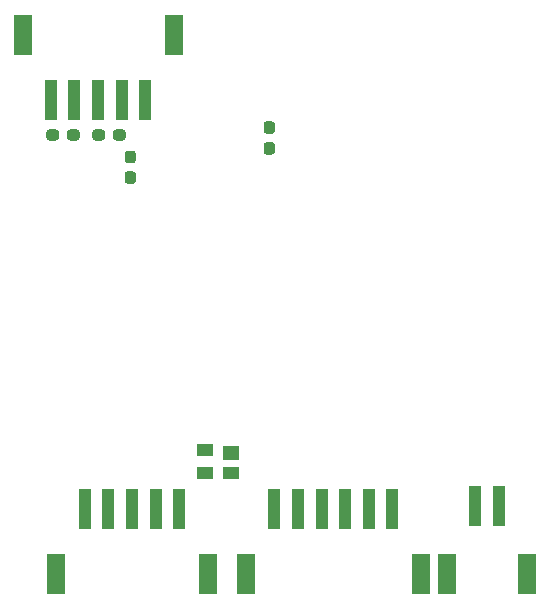
<source format=gbp>
%TF.GenerationSoftware,KiCad,Pcbnew,(5.1.8)-1*%
%TF.CreationDate,2021-02-13T13:26:23-08:00*%
%TF.ProjectId,20200103_8SBMS_A0,32303230-3031-4303-935f-3853424d535f,rev?*%
%TF.SameCoordinates,PXb061cf0PYa92e8c0*%
%TF.FileFunction,Paste,Bot*%
%TF.FilePolarity,Positive*%
%FSLAX46Y46*%
G04 Gerber Fmt 4.6, Leading zero omitted, Abs format (unit mm)*
G04 Created by KiCad (PCBNEW (5.1.8)-1) date 2021-02-13 13:26:23*
%MOMM*%
%LPD*%
G01*
G04 APERTURE LIST*
%ADD10R,1.500000X3.400000*%
%ADD11R,1.000000X3.500000*%
%ADD12R,1.600000X3.500000*%
%ADD13R,1.400000X1.000000*%
%ADD14R,1.400000X1.200000*%
G04 APERTURE END LIST*
D10*
X51750000Y2000000D03*
X45050000Y2000000D03*
D11*
X49400000Y7750000D03*
X47400000Y7750000D03*
X14350000Y7550000D03*
D12*
X11950000Y2050000D03*
X24750000Y2050000D03*
D11*
X16350000Y7550000D03*
X18350000Y7550000D03*
X20350000Y7550000D03*
X22350000Y7550000D03*
X30400000Y7550000D03*
X32400000Y7550000D03*
D12*
X28000000Y2050000D03*
X42800000Y2050000D03*
D11*
X34400000Y7550000D03*
X36400000Y7550000D03*
X38400000Y7550000D03*
X40400000Y7550000D03*
G36*
G01*
X29737500Y38600000D02*
X30212500Y38600000D01*
G75*
G02*
X30450000Y38362500I0J-237500D01*
G01*
X30450000Y37787500D01*
G75*
G02*
X30212500Y37550000I-237500J0D01*
G01*
X29737500Y37550000D01*
G75*
G02*
X29500000Y37787500I0J237500D01*
G01*
X29500000Y38362500D01*
G75*
G02*
X29737500Y38600000I237500J0D01*
G01*
G37*
G36*
G01*
X29737500Y40350000D02*
X30212500Y40350000D01*
G75*
G02*
X30450000Y40112500I0J-237500D01*
G01*
X30450000Y39537500D01*
G75*
G02*
X30212500Y39300000I-237500J0D01*
G01*
X29737500Y39300000D01*
G75*
G02*
X29500000Y39537500I0J237500D01*
G01*
X29500000Y40112500D01*
G75*
G02*
X29737500Y40350000I237500J0D01*
G01*
G37*
G36*
G01*
X17962500Y37875000D02*
X18437500Y37875000D01*
G75*
G02*
X18675000Y37637500I0J-237500D01*
G01*
X18675000Y37062500D01*
G75*
G02*
X18437500Y36825000I-237500J0D01*
G01*
X17962500Y36825000D01*
G75*
G02*
X17725000Y37062500I0J237500D01*
G01*
X17725000Y37637500D01*
G75*
G02*
X17962500Y37875000I237500J0D01*
G01*
G37*
G36*
G01*
X17962500Y36125000D02*
X18437500Y36125000D01*
G75*
G02*
X18675000Y35887500I0J-237500D01*
G01*
X18675000Y35312500D01*
G75*
G02*
X18437500Y35075000I-237500J0D01*
G01*
X17962500Y35075000D01*
G75*
G02*
X17725000Y35312500I0J237500D01*
G01*
X17725000Y35887500D01*
G75*
G02*
X17962500Y36125000I237500J0D01*
G01*
G37*
G36*
G01*
X11100000Y38962500D02*
X11100000Y39437500D01*
G75*
G02*
X11337500Y39675000I237500J0D01*
G01*
X11912500Y39675000D01*
G75*
G02*
X12150000Y39437500I0J-237500D01*
G01*
X12150000Y38962500D01*
G75*
G02*
X11912500Y38725000I-237500J0D01*
G01*
X11337500Y38725000D01*
G75*
G02*
X11100000Y38962500I0J237500D01*
G01*
G37*
G36*
G01*
X12850000Y38962500D02*
X12850000Y39437500D01*
G75*
G02*
X13087500Y39675000I237500J0D01*
G01*
X13662500Y39675000D01*
G75*
G02*
X13900000Y39437500I0J-237500D01*
G01*
X13900000Y38962500D01*
G75*
G02*
X13662500Y38725000I-237500J0D01*
G01*
X13087500Y38725000D01*
G75*
G02*
X12850000Y38962500I0J237500D01*
G01*
G37*
G36*
G01*
X16050000Y39437500D02*
X16050000Y38962500D01*
G75*
G02*
X15812500Y38725000I-237500J0D01*
G01*
X15237500Y38725000D01*
G75*
G02*
X15000000Y38962500I0J237500D01*
G01*
X15000000Y39437500D01*
G75*
G02*
X15237500Y39675000I237500J0D01*
G01*
X15812500Y39675000D01*
G75*
G02*
X16050000Y39437500I0J-237500D01*
G01*
G37*
G36*
G01*
X17800000Y39437500D02*
X17800000Y38962500D01*
G75*
G02*
X17562500Y38725000I-237500J0D01*
G01*
X16987500Y38725000D01*
G75*
G02*
X16750000Y38962500I0J237500D01*
G01*
X16750000Y39437500D01*
G75*
G02*
X16987500Y39675000I237500J0D01*
G01*
X17562500Y39675000D01*
G75*
G02*
X17800000Y39437500I0J-237500D01*
G01*
G37*
D13*
X24503200Y12496800D03*
X24503200Y10596800D03*
X26703200Y10596800D03*
D14*
X26703200Y12316800D03*
D11*
X11475000Y42175000D03*
X13475000Y42175000D03*
X15475000Y42175000D03*
X17475000Y42175000D03*
D12*
X9075000Y47675000D03*
X21875000Y47675000D03*
D11*
X19475000Y42175000D03*
M02*

</source>
